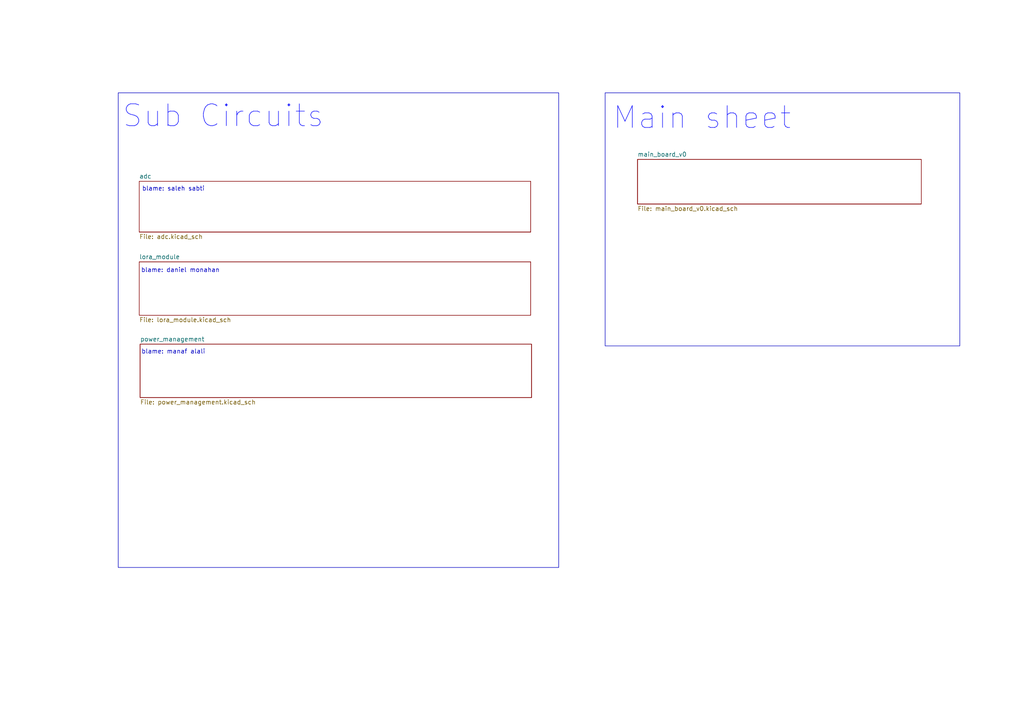
<source format=kicad_sch>
(kicad_sch
	(version 20250114)
	(generator "eeschema")
	(generator_version "9.0")
	(uuid "3a75d17e-6505-4097-95c7-feffd430343e")
	(paper "A4")
	(lib_symbols)
	(rectangle
		(start 34.29 26.924)
		(end 162.052 164.592)
		(stroke
			(width 0)
			(type default)
		)
		(fill
			(type none)
		)
		(uuid 7826dc6e-141d-4444-9e67-3e086c9005c5)
	)
	(rectangle
		(start 175.514 26.924)
		(end 278.384 100.33)
		(stroke
			(width 0)
			(type default)
		)
		(fill
			(type none)
		)
		(uuid faaf6258-957a-45bf-93ec-f2c5c4348843)
	)
	(text "Main sheet"
		(exclude_from_sim no)
		(at 177.546 34.29 0)
		(effects
			(font
				(size 6.35 6.35)
				(color 0 0 255 1)
			)
			(justify left)
		)
		(uuid "5e576213-7b46-4bb4-83a3-b218db7e295a")
	)
	(text "blame: manaf alali"
		(exclude_from_sim no)
		(at 50.292 102.108 0)
		(effects
			(font
				(size 1.27 1.27)
			)
		)
		(uuid "68b0e5eb-3c78-4ef9-a88e-1c87c48dd255")
	)
	(text "blame: saleh sabti"
		(exclude_from_sim no)
		(at 50.292 54.864 0)
		(effects
			(font
				(size 1.27 1.27)
			)
		)
		(uuid "9643dcda-1044-4b8d-aa95-5d9bc0b61828")
	)
	(text "blame: daniel monahan"
		(exclude_from_sim no)
		(at 52.324 78.486 0)
		(effects
			(font
				(size 1.27 1.27)
			)
		)
		(uuid "a0c2a77a-8856-4bcb-b040-290b82bc3944")
	)
	(text "Sub Circuits"
		(exclude_from_sim no)
		(at 35.306 33.782 0)
		(effects
			(font
				(size 6.35 6.35)
				(color 0 0 255 1)
			)
			(justify left)
		)
		(uuid "df3b6320-e951-46bd-875b-10e839d58ac3")
	)
	(sheet
		(at 40.386 52.578)
		(size 113.538 14.732)
		(exclude_from_sim no)
		(in_bom yes)
		(on_board yes)
		(dnp no)
		(fields_autoplaced yes)
		(stroke
			(width 0.1524)
			(type solid)
		)
		(fill
			(color 0 0 0 0.0000)
		)
		(uuid "49d314b7-6ff8-4bd4-ae0d-0515c71c4ac4")
		(property "Sheetname" "adc"
			(at 40.386 51.8664 0)
			(effects
				(font
					(size 1.27 1.27)
				)
				(justify left bottom)
			)
		)
		(property "Sheetfile" "adc.kicad_sch"
			(at 40.386 67.8946 0)
			(effects
				(font
					(size 1.27 1.27)
				)
				(justify left top)
			)
		)
		(instances
			(project "lora_daq_module"
				(path "/3a75d17e-6505-4097-95c7-feffd430343e"
					(page "2")
				)
			)
		)
	)
	(sheet
		(at 184.912 46.228)
		(size 82.296 12.954)
		(exclude_from_sim no)
		(in_bom yes)
		(on_board yes)
		(dnp no)
		(fields_autoplaced yes)
		(stroke
			(width 0.1524)
			(type solid)
		)
		(fill
			(color 0 0 0 0.0000)
		)
		(uuid "512c26a3-9fe0-46e0-b682-39a5862b731a")
		(property "Sheetname" "main_board_v0"
			(at 184.912 45.5164 0)
			(effects
				(font
					(size 1.27 1.27)
				)
				(justify left bottom)
			)
		)
		(property "Sheetfile" "main_board_v0.kicad_sch"
			(at 184.912 59.7666 0)
			(effects
				(font
					(size 1.27 1.27)
				)
				(justify left top)
			)
		)
		(instances
			(project "lora_daq_module"
				(path "/3a75d17e-6505-4097-95c7-feffd430343e"
					(page "5")
				)
			)
		)
	)
	(sheet
		(at 40.386 75.946)
		(size 113.538 15.494)
		(exclude_from_sim no)
		(in_bom yes)
		(on_board yes)
		(dnp no)
		(fields_autoplaced yes)
		(stroke
			(width 0.1524)
			(type solid)
		)
		(fill
			(color 0 0 0 0.0000)
		)
		(uuid "b2d61906-71c1-4ea1-893f-6962d616acd4")
		(property "Sheetname" "lora_module"
			(at 40.386 75.2344 0)
			(effects
				(font
					(size 1.27 1.27)
				)
				(justify left bottom)
			)
		)
		(property "Sheetfile" "lora_module.kicad_sch"
			(at 40.386 92.0246 0)
			(effects
				(font
					(size 1.27 1.27)
				)
				(justify left top)
			)
		)
		(instances
			(project "lora_daq_module"
				(path "/3a75d17e-6505-4097-95c7-feffd430343e"
					(page "3")
				)
			)
		)
	)
	(sheet
		(at 40.64 99.822)
		(size 113.538 15.494)
		(exclude_from_sim no)
		(in_bom yes)
		(on_board yes)
		(dnp no)
		(fields_autoplaced yes)
		(stroke
			(width 0.1524)
			(type solid)
		)
		(fill
			(color 0 0 0 0.0000)
		)
		(uuid "ef115c0a-04f9-49fd-8226-937092a3293c")
		(property "Sheetname" "power_management"
			(at 40.64 99.1104 0)
			(effects
				(font
					(size 1.27 1.27)
				)
				(justify left bottom)
			)
		)
		(property "Sheetfile" "power_management.kicad_sch"
			(at 40.64 115.9006 0)
			(effects
				(font
					(size 1.27 1.27)
				)
				(justify left top)
			)
		)
		(instances
			(project "lora_daq_module"
				(path "/3a75d17e-6505-4097-95c7-feffd430343e"
					(page "4")
				)
			)
		)
	)
	(sheet_instances
		(path "/"
			(page "1")
		)
	)
	(embedded_fonts no)
)

</source>
